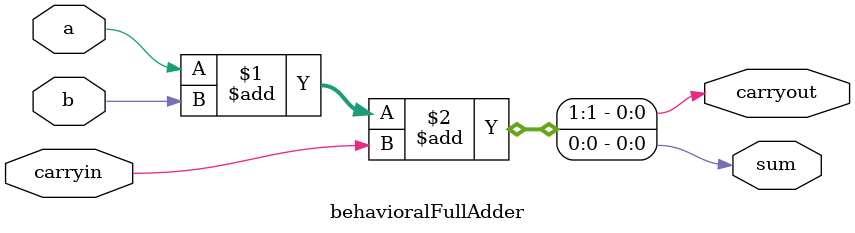
<source format=v>



module behavioralFullAdder
(
    output sum,
    output carryout,
    input a,
    input b,
    input carryin
);
    // Uses concatenation operator and built-in '+'
    assign {carryout, sum}=a+b+carryin;
endmodule

// module structuralFullAdder
// (
//     output sum,
//     output carryout,
//     input a,
//     input b,
//     input carryin
// );
//     // Your adder code here
//     wire diffab, _diffab, andab, orab, _carryin;
//     wire carryinANDndiffab, ncarryinANDdiffab;
//     wire carryinANDorab;
//
//     `NOT not_xorab(_diffab, diffab);
//     `NOT not_carryin(_carryin, carryin);
//     `AND andAB(andab, a, b);
//     `OR orAB(orab, a, b);
//
//     `XOR xorab(diffab, a, b);
//     `AND andndiffABcin(carryinANDndiffab, carryin, _diffab);
//     `AND anddiffABncin(ncarryinANDdiffab, _carryin, diffab);
//     `OR orForsum(sum, ncarryinANDdiffab, carryinANDndiffab);
//
//     `AND andcinOrab(carryinANDorab, orab, carryin);
//     `OR orOrabAndcinOrab(carryout, carryinANDorab, andab);
// endmodule

</source>
